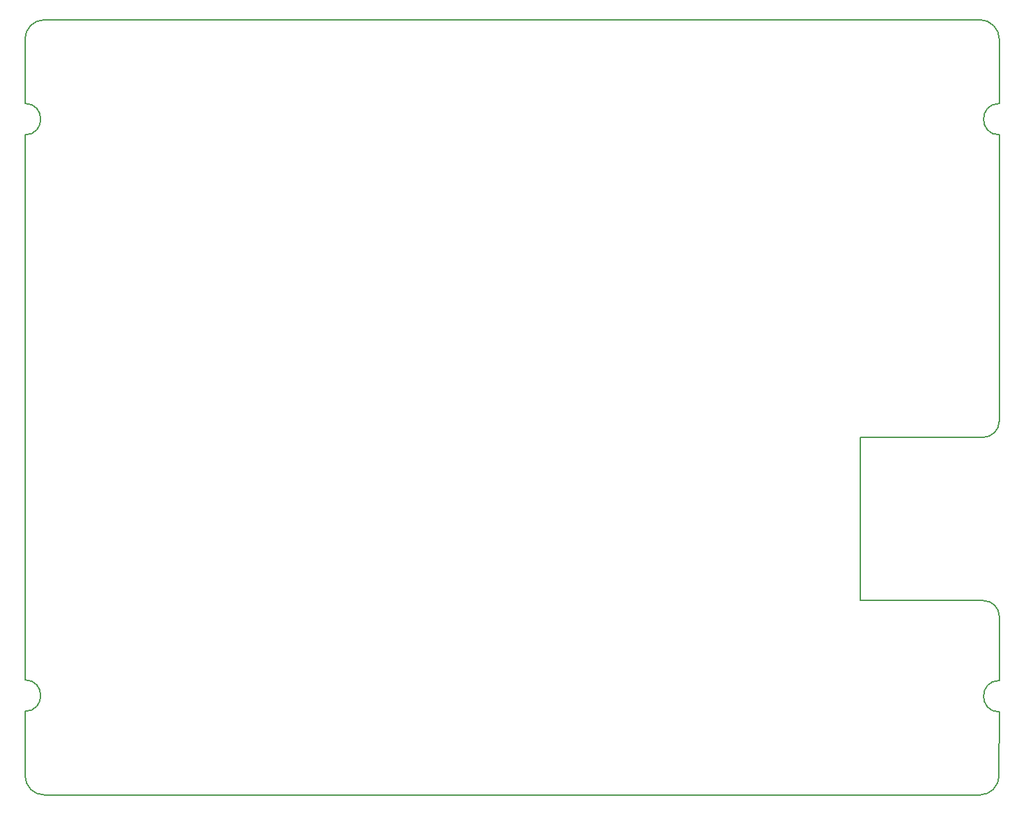
<source format=gbr>
G04 #@! TF.FileFunction,Profile,NP*
%FSLAX46Y46*%
G04 Gerber Fmt 4.6, Leading zero omitted, Abs format (unit mm)*
G04 Created by KiCad (PCBNEW 4.0.7) date 04/15/18 20:15:51*
%MOMM*%
%LPD*%
G01*
G04 APERTURE LIST*
%ADD10C,0.100000*%
%ADD11C,0.150000*%
G04 APERTURE END LIST*
D10*
D11*
X242163600Y-112877600D02*
X242163600Y-121081800D01*
X242163600Y-87934800D02*
X242163600Y-62026800D01*
X117703600Y-59461400D02*
X117703600Y-51358800D01*
X242163600Y-112877600D02*
G75*
G03X240157000Y-110871000I-2006600J0D01*
G01*
X224383600Y-110871000D02*
X240157000Y-110871000D01*
X224383600Y-90017600D02*
X224383600Y-110871000D01*
X242163600Y-121081800D02*
G75*
G03X242163600Y-125095000I0J-2006600D01*
G01*
X242138200Y-133223000D02*
X242163600Y-125095000D01*
X239649000Y-135712200D02*
G75*
G03X242138200Y-133223000I0J2489200D01*
G01*
X224383600Y-90017600D02*
X240080800Y-90017600D01*
X117703600Y-59436000D02*
X117703600Y-110337600D01*
X120192800Y-36652200D02*
G75*
G03X117703600Y-39141400I0J-2489200D01*
G01*
X117703600Y-47345600D02*
X117703600Y-39141400D01*
X242163600Y-51358800D02*
X242163600Y-62026800D01*
X120218200Y-36652200D02*
X239674400Y-36652200D01*
X242163600Y-39141400D02*
X242163600Y-47345600D01*
X242163600Y-39141400D02*
G75*
G03X239674400Y-36652200I-2489200J0D01*
G01*
X242163600Y-47345600D02*
G75*
G03X242163600Y-51358800I0J-2006600D01*
G01*
X117703600Y-51358800D02*
G75*
G03X117703600Y-47345600I0J2006600D01*
G01*
X117703600Y-121005600D02*
X117703600Y-110337600D01*
X117703600Y-133223000D02*
X117703600Y-125018800D01*
X239649000Y-135712200D02*
X120192800Y-135712200D01*
X117703600Y-125018800D02*
G75*
G03X117703600Y-121005600I0J2006600D01*
G01*
X117703600Y-133223000D02*
G75*
G03X120192800Y-135712200I2489200J0D01*
G01*
X240080800Y-90017600D02*
G75*
G03X242163600Y-87934800I0J2082800D01*
G01*
M02*

</source>
